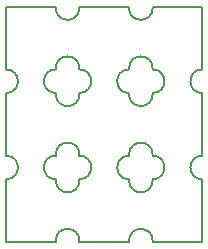
<source format=gm1>
G04 #@! TF.GenerationSoftware,KiCad,Pcbnew,5.0.2-bee76a0~70~ubuntu18.04.1*
G04 #@! TF.CreationDate,2018-12-08T03:46:04+01:00*
G04 #@! TF.ProjectId,simic2matrix_panel_3x3,73696d69-6332-46d6-9174-7269785f7061,rev?*
G04 #@! TF.SameCoordinates,Original*
G04 #@! TF.FileFunction,Profile,NP*
%FSLAX46Y46*%
G04 Gerber Fmt 4.6, Leading zero omitted, Abs format (unit mm)*
G04 Created by KiCad (PCBNEW 5.0.2-bee76a0~70~ubuntu18.04.1) date Sat 08 Dec 2018 03:46:04 CET*
%MOMM*%
%LPD*%
G01*
G04 APERTURE LIST*
%ADD10C,0.200000*%
G04 APERTURE END LIST*
D10*
X122400000Y-120000000D02*
G75*
G02X120400000Y-120000000I-1000000J0D01*
G01*
X116200000Y-120000000D02*
G75*
G02X114200000Y-120000000I-1000000J0D01*
G01*
X122400000Y-112700000D02*
G75*
G02X120400000Y-112700000I-1000000J0D01*
G01*
X116200000Y-112700000D02*
G75*
G02X114200000Y-112700000I-1000000J0D01*
G01*
X122400000Y-105400000D02*
G75*
G02X120400000Y-105400000I-1000000J0D01*
G01*
X116200000Y-105400000D02*
G75*
G02X114200000Y-105400000I-1000000J0D01*
G01*
X122400000Y-117900000D02*
G75*
G02X122400000Y-119900000I0J-1000000D01*
G01*
X116200000Y-117900000D02*
G75*
G02X116200000Y-119900000I0J-1000000D01*
G01*
X110000000Y-117900000D02*
G75*
G02X110000000Y-119900000I0J-1000000D01*
G01*
X122400000Y-110600000D02*
G75*
G02X122400000Y-112600000I0J-1000000D01*
G01*
X116200000Y-110600000D02*
G75*
G02X116200000Y-112600000I0J-1000000D01*
G01*
X110000000Y-110600000D02*
G75*
G02X110000000Y-112600000I0J-1000000D01*
G01*
X126600000Y-119900000D02*
X126600000Y-125200000D01*
X110000000Y-119900000D02*
X110000000Y-125200000D01*
X126600000Y-112600000D02*
X126600000Y-117900000D01*
X110000000Y-112600000D02*
X110000000Y-117900000D01*
X126600000Y-105300000D02*
X126600000Y-110600000D01*
X110000000Y-105300000D02*
X110000000Y-110600000D01*
X122400000Y-120000000D02*
X122400000Y-119900000D01*
X116200000Y-120000000D02*
X116200000Y-119900000D01*
X122400000Y-112700000D02*
X122400000Y-112600000D01*
X116200000Y-112700000D02*
X116200000Y-112600000D01*
X122400000Y-105400000D02*
X122400000Y-105300000D01*
X116200000Y-105400000D02*
X116200000Y-105300000D01*
X126600000Y-119900000D02*
G75*
G02X126600000Y-117900000I0J1000000D01*
G01*
X120400000Y-119900000D02*
G75*
G02X120400000Y-117900000I0J1000000D01*
G01*
X114200000Y-119900000D02*
G75*
G02X114200000Y-117900000I0J1000000D01*
G01*
X126600000Y-112600000D02*
G75*
G02X126600000Y-110600000I0J1000000D01*
G01*
X120400000Y-112600000D02*
G75*
G02X120400000Y-110600000I0J1000000D01*
G01*
X114200000Y-112600000D02*
G75*
G02X114200000Y-110600000I0J1000000D01*
G01*
X126600000Y-125200000D02*
X122400000Y-125200000D01*
X120400000Y-125200000D02*
X116200000Y-125200000D01*
X114200000Y-125200000D02*
X110000000Y-125200000D01*
X126600000Y-105300000D02*
X122400000Y-105300000D01*
X120400000Y-105300000D02*
X116200000Y-105300000D01*
X120400000Y-125100000D02*
G75*
G02X122400000Y-125100000I1000000J0D01*
G01*
X114200000Y-125100000D02*
G75*
G02X116200000Y-125100000I1000000J0D01*
G01*
X120400000Y-117800000D02*
G75*
G02X122400000Y-117800000I1000000J0D01*
G01*
X114200000Y-117800000D02*
G75*
G02X116200000Y-117800000I1000000J0D01*
G01*
X120400000Y-110500000D02*
G75*
G02X122400000Y-110500000I1000000J0D01*
G01*
X114200000Y-110500000D02*
G75*
G02X116200000Y-110500000I1000000J0D01*
G01*
X122400000Y-125100000D02*
X122400000Y-125200000D01*
X116200000Y-125100000D02*
X116200000Y-125200000D01*
X122400000Y-117800000D02*
X122400000Y-117900000D01*
X116200000Y-117800000D02*
X116200000Y-117900000D01*
X122400000Y-110500000D02*
X122400000Y-110600000D01*
X116200000Y-110500000D02*
X116200000Y-110600000D01*
X120400000Y-120000000D02*
X120400000Y-119900000D01*
X114200000Y-120000000D02*
X114200000Y-119900000D01*
X120400000Y-112700000D02*
X120400000Y-112600000D01*
X114200000Y-112700000D02*
X114200000Y-112600000D01*
X120400000Y-105400000D02*
X120400000Y-105300000D01*
X114200000Y-105400000D02*
X114200000Y-105300000D01*
X120400000Y-125100000D02*
X120400000Y-125200000D01*
X114200000Y-125100000D02*
X114200000Y-125200000D01*
X120400000Y-117800000D02*
X120400000Y-117900000D01*
X114200000Y-117800000D02*
X114200000Y-117900000D01*
X120400000Y-110500000D02*
X120400000Y-110600000D01*
X114200000Y-110500000D02*
X114200000Y-110600000D01*
X114200000Y-105300000D02*
X110000000Y-105300000D01*
M02*

</source>
